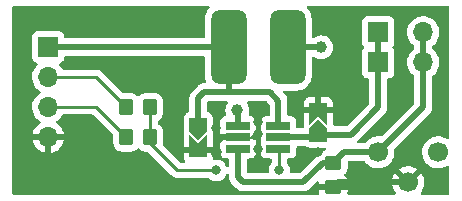
<source format=gbr>
%TF.GenerationSoftware,KiCad,Pcbnew,(6.0.6)*%
%TF.CreationDate,2023-07-05T13:12:53+02:00*%
%TF.ProjectId,LedDriver,4c656444-7269-4766-9572-2e6b69636164,rev?*%
%TF.SameCoordinates,Original*%
%TF.FileFunction,Copper,L1,Top*%
%TF.FilePolarity,Positive*%
%FSLAX46Y46*%
G04 Gerber Fmt 4.6, Leading zero omitted, Abs format (unit mm)*
G04 Created by KiCad (PCBNEW (6.0.6)) date 2023-07-05 13:12:53*
%MOMM*%
%LPD*%
G01*
G04 APERTURE LIST*
G04 Aperture macros list*
%AMRoundRect*
0 Rectangle with rounded corners*
0 $1 Rounding radius*
0 $2 $3 $4 $5 $6 $7 $8 $9 X,Y pos of 4 corners*
0 Add a 4 corners polygon primitive as box body*
4,1,4,$2,$3,$4,$5,$6,$7,$8,$9,$2,$3,0*
0 Add four circle primitives for the rounded corners*
1,1,$1+$1,$2,$3*
1,1,$1+$1,$4,$5*
1,1,$1+$1,$6,$7*
1,1,$1+$1,$8,$9*
0 Add four rect primitives between the rounded corners*
20,1,$1+$1,$2,$3,$4,$5,0*
20,1,$1+$1,$4,$5,$6,$7,0*
20,1,$1+$1,$6,$7,$8,$9,0*
20,1,$1+$1,$8,$9,$2,$3,0*%
%AMFreePoly0*
4,1,6,0.587500,-0.725000,-0.587500,-0.725000,-1.287500,0.000000,-0.587500,0.725000,0.587500,0.725000,0.587500,-0.725000,0.587500,-0.725000,$1*%
%AMFreePoly1*
4,1,6,0.587500,0.000000,1.287500,-0.725000,-0.587500,-0.725000,-0.587500,0.725000,1.287500,0.725000,0.587500,0.000000,0.587500,0.000000,$1*%
G04 Aperture macros list end*
%TA.AperFunction,SMDPad,CuDef*%
%ADD10RoundRect,0.750000X-0.750000X-2.400000X0.750000X-2.400000X0.750000X2.400000X-0.750000X2.400000X0*%
%TD*%
%TA.AperFunction,SMDPad,CuDef*%
%ADD11FreePoly0,270.000000*%
%TD*%
%TA.AperFunction,SMDPad,CuDef*%
%ADD12FreePoly1,270.000000*%
%TD*%
%TA.AperFunction,SMDPad,CuDef*%
%ADD13RoundRect,0.250000X-0.350000X-0.450000X0.350000X-0.450000X0.350000X0.450000X-0.350000X0.450000X0*%
%TD*%
%TA.AperFunction,ComponentPad*%
%ADD14R,1.700000X1.700000*%
%TD*%
%TA.AperFunction,ComponentPad*%
%ADD15O,1.700000X1.700000*%
%TD*%
%TA.AperFunction,ComponentPad*%
%ADD16C,1.700000*%
%TD*%
%TA.AperFunction,SMDPad,CuDef*%
%ADD17FreePoly0,90.000000*%
%TD*%
%TA.AperFunction,SMDPad,CuDef*%
%ADD18FreePoly1,90.000000*%
%TD*%
%TA.AperFunction,SMDPad,CuDef*%
%ADD19RoundRect,0.250000X-0.450000X0.350000X-0.450000X-0.350000X0.450000X-0.350000X0.450000X0.350000X0*%
%TD*%
%TA.AperFunction,SMDPad,CuDef*%
%ADD20R,2.000000X0.650000*%
%TD*%
%TA.AperFunction,ViaPad*%
%ADD21C,0.800000*%
%TD*%
%TA.AperFunction,ViaPad*%
%ADD22C,1.000000*%
%TD*%
%TA.AperFunction,Conductor*%
%ADD23C,0.500000*%
%TD*%
%TA.AperFunction,Conductor*%
%ADD24C,0.250000*%
%TD*%
G04 APERTURE END LIST*
D10*
%TO.P,L1,1,1*%
%TO.N,VCC*%
X144820000Y-80010000D03*
%TO.P,L1,2,2*%
%TO.N,Net-(L1-Pad2)*%
X149820000Y-80010000D03*
%TD*%
D11*
%TO.P,C2,1*%
%TO.N,/Vout*%
X152400000Y-87397500D03*
D12*
%TO.P,C2,2*%
%TO.N,GND*%
X152400000Y-85322500D03*
%TD*%
D13*
%TO.P,R2,1*%
%TO.N,Net-(J1-Pad3)*%
X136160000Y-87630000D03*
%TO.P,R2,2*%
%TO.N,/CTRL*%
X138160000Y-87630000D03*
%TD*%
D14*
%TO.P,D1,1,A*%
%TO.N,/Vout*%
X157480000Y-81280000D03*
X157480000Y-78740000D03*
D15*
%TO.P,D1,2,K*%
%TO.N,/Vfb*%
X161290000Y-78740000D03*
X161290000Y-81280000D03*
%TD*%
D16*
%TO.P,RV1,1,1*%
%TO.N,/Vfb*%
X157480000Y-88900000D03*
%TO.P,RV1,2,2*%
%TO.N,GND*%
X160020000Y-91440000D03*
%TO.P,RV1,3,3*%
%TO.N,unconnected-(RV1-Pad3)*%
X162560000Y-88900000D03*
%TD*%
D17*
%TO.P,C1,1*%
%TO.N,VCC*%
X142240000Y-86592500D03*
D18*
%TO.P,C1,2*%
%TO.N,GND*%
X142240000Y-88667500D03*
%TD*%
D19*
%TO.P,R3,1*%
%TO.N,/Vfb*%
X153670000Y-89805000D03*
%TO.P,R3,2*%
%TO.N,GND*%
X153670000Y-91805000D03*
%TD*%
D20*
%TO.P,U1,1,SW*%
%TO.N,Net-(L1-Pad2)*%
X145610000Y-86680000D03*
%TO.P,U1,2,GND*%
%TO.N,GND*%
X145610000Y-87630000D03*
%TO.P,U1,3,FB*%
%TO.N,/Vfb*%
X145610000Y-88580000D03*
%TO.P,U1,4,CTRL*%
%TO.N,/CTRL*%
X149030000Y-88580000D03*
%TO.P,U1,5,Vout*%
%TO.N,/Vout*%
X149030000Y-87630000D03*
%TO.P,U1,6,Vin*%
%TO.N,VCC*%
X149030000Y-86680000D03*
%TD*%
D13*
%TO.P,R1,1*%
%TO.N,Net-(J1-Pad2)*%
X136160000Y-85090000D03*
%TO.P,R1,2*%
%TO.N,/CTRL*%
X138160000Y-85090000D03*
%TD*%
D14*
%TO.P,J1,1,P1*%
%TO.N,VCC*%
X129540000Y-79985000D03*
D15*
%TO.P,J1,2,P2*%
%TO.N,Net-(J1-Pad2)*%
X129540000Y-82525000D03*
%TO.P,J1,3,P3*%
%TO.N,Net-(J1-Pad3)*%
X129540000Y-85065000D03*
%TO.P,J1,4,P4*%
%TO.N,GND*%
X129540000Y-87605000D03*
%TD*%
D21*
%TO.N,GND*%
X136525000Y-77470000D03*
X141732000Y-91948000D03*
X156972000Y-91440000D03*
X139065000Y-77470000D03*
X154305000Y-77470000D03*
X143764000Y-91948000D03*
X157988000Y-91440000D03*
X133985000Y-77470000D03*
X139700000Y-91948000D03*
X140335000Y-77470000D03*
X154305000Y-78740000D03*
X138684000Y-91948000D03*
X137795000Y-77470000D03*
X152400000Y-88900000D03*
X137668000Y-90932000D03*
X154305000Y-81280000D03*
D22*
X143764000Y-88900000D03*
D21*
X137668000Y-91948000D03*
X135636000Y-91948000D03*
X144780000Y-91948000D03*
X135636000Y-90932000D03*
X147320000Y-88646000D03*
X138684000Y-90932000D03*
X155575000Y-81280000D03*
X136652000Y-90932000D03*
X150622000Y-84328000D03*
X155575000Y-80010000D03*
X154305000Y-80010000D03*
X141605000Y-77470000D03*
X143764000Y-85090000D03*
X150622000Y-85344000D03*
X150495000Y-90170000D03*
X155448000Y-91440000D03*
X153035000Y-77470000D03*
X140716000Y-91948000D03*
X136652000Y-91948000D03*
X142748000Y-91948000D03*
X155448000Y-90424000D03*
X132715000Y-77470000D03*
X155575000Y-78740000D03*
X147320000Y-85344000D03*
X155575000Y-77470000D03*
X147320000Y-86360000D03*
X135255000Y-77470000D03*
X151130000Y-88900000D03*
D22*
X154432000Y-85344000D03*
D21*
X143764000Y-86868000D03*
X147320000Y-87376000D03*
D22*
%TO.N,Net-(L1-Pad2)*%
X145542000Y-85344000D03*
X152654000Y-80010000D03*
D21*
%TO.N,/CTRL*%
X149098000Y-90424000D03*
X143764000Y-90424000D03*
%TD*%
D23*
%TO.N,VCC*%
X129540000Y-79985000D02*
X144795000Y-79985000D01*
X144795000Y-79985000D02*
X144820000Y-80010000D01*
X142748000Y-83820000D02*
X142240000Y-84328000D01*
X149030000Y-86680000D02*
X149030000Y-84514000D01*
X144272000Y-83820000D02*
X142748000Y-83820000D01*
X149030000Y-84514000D02*
X148336000Y-83820000D01*
X142240000Y-84328000D02*
X142240000Y-86592500D01*
X148336000Y-83820000D02*
X144780000Y-83820000D01*
X144820000Y-80010000D02*
X144820000Y-83780000D01*
X144820000Y-83780000D02*
X144780000Y-83820000D01*
X144780000Y-83820000D02*
X144272000Y-83820000D01*
%TO.N,GND*%
X157988000Y-91440000D02*
X160020000Y-91440000D01*
X154035000Y-91440000D02*
X155448000Y-91440000D01*
X156972000Y-91440000D02*
X157988000Y-91440000D01*
X152421500Y-85344000D02*
X152400000Y-85322500D01*
X145610000Y-87630000D02*
X144272000Y-87630000D01*
X154432000Y-85344000D02*
X152421500Y-85344000D01*
X142240000Y-88667500D02*
X143531500Y-88667500D01*
X155448000Y-91440000D02*
X156972000Y-91440000D01*
X143531500Y-88667500D02*
X143764000Y-88900000D01*
X153670000Y-91805000D02*
X154035000Y-91440000D01*
X144272000Y-87630000D02*
X143764000Y-88138000D01*
X143764000Y-88138000D02*
X143764000Y-88900000D01*
%TO.N,/Vout*%
X152400000Y-87397500D02*
X155172500Y-87397500D01*
X157480000Y-81280000D02*
X157480000Y-78740000D01*
X157480000Y-85090000D02*
X157480000Y-81280000D01*
X155172500Y-87397500D02*
X157480000Y-85090000D01*
X149030000Y-87630000D02*
X152167500Y-87630000D01*
X152167500Y-87630000D02*
X152400000Y-87397500D01*
%TO.N,/Vfb*%
X157480000Y-88900000D02*
X161290000Y-85090000D01*
X146050000Y-91440000D02*
X151130000Y-91440000D01*
X145610000Y-91000000D02*
X146050000Y-91440000D01*
X151130000Y-91440000D02*
X152765000Y-89805000D01*
X154575000Y-88900000D02*
X153670000Y-89805000D01*
X145610000Y-88580000D02*
X145610000Y-91000000D01*
X152765000Y-89805000D02*
X153670000Y-89805000D01*
X161290000Y-85090000D02*
X161290000Y-81280000D01*
X161290000Y-78740000D02*
X161290000Y-81280000D01*
X157480000Y-88900000D02*
X154575000Y-88900000D01*
D24*
%TO.N,Net-(J1-Pad2)*%
X136160000Y-85090000D02*
X133595000Y-82525000D01*
X133595000Y-82525000D02*
X129540000Y-82525000D01*
%TO.N,Net-(J1-Pad3)*%
X133595000Y-85065000D02*
X136160000Y-87630000D01*
X129540000Y-85065000D02*
X133595000Y-85065000D01*
D23*
%TO.N,Net-(L1-Pad2)*%
X145610000Y-86680000D02*
X145610000Y-85412000D01*
X145610000Y-85412000D02*
X145542000Y-85344000D01*
X152654000Y-80010000D02*
X149820000Y-80010000D01*
D24*
%TO.N,/CTRL*%
X138160000Y-87630000D02*
X138160000Y-88122000D01*
X149098000Y-88648000D02*
X149030000Y-88580000D01*
X140462000Y-90424000D02*
X143764000Y-90424000D01*
X138160000Y-87630000D02*
X138160000Y-85090000D01*
X138160000Y-88122000D02*
X140462000Y-90424000D01*
X149098000Y-90424000D02*
X149098000Y-88648000D01*
%TD*%
%TA.AperFunction,Conductor*%
%TO.N,GND*%
G36*
X143155524Y-76528502D02*
G01*
X143202017Y-76582158D01*
X143212121Y-76652432D01*
X143182627Y-76717012D01*
X143176498Y-76723595D01*
X143100620Y-76799473D01*
X142972409Y-76983945D01*
X142878890Y-77188206D01*
X142877495Y-77193638D01*
X142877495Y-77193639D01*
X142826815Y-77391029D01*
X142823022Y-77405800D01*
X142820547Y-77436233D01*
X142815634Y-77496638D01*
X142811500Y-77547458D01*
X142811500Y-79100500D01*
X142791498Y-79168621D01*
X142737842Y-79215114D01*
X142685500Y-79226500D01*
X131024500Y-79226500D01*
X130956379Y-79206498D01*
X130909886Y-79152842D01*
X130898500Y-79100500D01*
X130898500Y-79086866D01*
X130891745Y-79024684D01*
X130840615Y-78888295D01*
X130753261Y-78771739D01*
X130636705Y-78684385D01*
X130500316Y-78633255D01*
X130438134Y-78626500D01*
X128641866Y-78626500D01*
X128579684Y-78633255D01*
X128443295Y-78684385D01*
X128326739Y-78771739D01*
X128239385Y-78888295D01*
X128188255Y-79024684D01*
X128181500Y-79086866D01*
X128181500Y-80883134D01*
X128188255Y-80945316D01*
X128239385Y-81081705D01*
X128326739Y-81198261D01*
X128443295Y-81285615D01*
X128451704Y-81288767D01*
X128451705Y-81288768D01*
X128560451Y-81329535D01*
X128617216Y-81372176D01*
X128641916Y-81438738D01*
X128626709Y-81508087D01*
X128607316Y-81534568D01*
X128480629Y-81667138D01*
X128354743Y-81851680D01*
X128316011Y-81935121D01*
X128279471Y-82013841D01*
X128260688Y-82054305D01*
X128200989Y-82269570D01*
X128177251Y-82491695D01*
X128177548Y-82496848D01*
X128177548Y-82496851D01*
X128186372Y-82649886D01*
X128190110Y-82714715D01*
X128191247Y-82719761D01*
X128191248Y-82719767D01*
X128215271Y-82826361D01*
X128239222Y-82932639D01*
X128291378Y-83061085D01*
X128320154Y-83131951D01*
X128323266Y-83139616D01*
X128439987Y-83330088D01*
X128586250Y-83498938D01*
X128758126Y-83641632D01*
X128782105Y-83655644D01*
X128831445Y-83684476D01*
X128880169Y-83736114D01*
X128893240Y-83805897D01*
X128866509Y-83871669D01*
X128826055Y-83905027D01*
X128813607Y-83911507D01*
X128809474Y-83914610D01*
X128809471Y-83914612D01*
X128641544Y-84040695D01*
X128634965Y-84045635D01*
X128480629Y-84207138D01*
X128477715Y-84211410D01*
X128477714Y-84211411D01*
X128440786Y-84265545D01*
X128354743Y-84391680D01*
X128316824Y-84473370D01*
X128264381Y-84586350D01*
X128260688Y-84594305D01*
X128200989Y-84809570D01*
X128177251Y-85031695D01*
X128177548Y-85036848D01*
X128177548Y-85036851D01*
X128184527Y-85157885D01*
X128190110Y-85254715D01*
X128191247Y-85259761D01*
X128191248Y-85259767D01*
X128211025Y-85347523D01*
X128239222Y-85472639D01*
X128289966Y-85597608D01*
X128313215Y-85654862D01*
X128323266Y-85679616D01*
X128370184Y-85756179D01*
X128431372Y-85856029D01*
X128439987Y-85870088D01*
X128586250Y-86038938D01*
X128758126Y-86181632D01*
X128822740Y-86219389D01*
X128831955Y-86224774D01*
X128880679Y-86276412D01*
X128893750Y-86346195D01*
X128867019Y-86411967D01*
X128826562Y-86445327D01*
X128818457Y-86449546D01*
X128809738Y-86455036D01*
X128639433Y-86582905D01*
X128631726Y-86589748D01*
X128484590Y-86743717D01*
X128478104Y-86751727D01*
X128358098Y-86927649D01*
X128353000Y-86936623D01*
X128263338Y-87129783D01*
X128259775Y-87139470D01*
X128204389Y-87339183D01*
X128205912Y-87347607D01*
X128218292Y-87351000D01*
X130858344Y-87351000D01*
X130871875Y-87347027D01*
X130873180Y-87337947D01*
X130831214Y-87170875D01*
X130827894Y-87161124D01*
X130742972Y-86965814D01*
X130738105Y-86956739D01*
X130622426Y-86777926D01*
X130616136Y-86769757D01*
X130472806Y-86612240D01*
X130465273Y-86605215D01*
X130298139Y-86473222D01*
X130289556Y-86467520D01*
X130252602Y-86447120D01*
X130202631Y-86396687D01*
X130187859Y-86327245D01*
X130212975Y-86260839D01*
X130240327Y-86234232D01*
X130263797Y-86217491D01*
X130419860Y-86106173D01*
X130578096Y-85948489D01*
X130637594Y-85865689D01*
X130705435Y-85771277D01*
X130708453Y-85767077D01*
X130710746Y-85762437D01*
X130712446Y-85759608D01*
X130764674Y-85711518D01*
X130820451Y-85698500D01*
X133280406Y-85698500D01*
X133348527Y-85718502D01*
X133369501Y-85735405D01*
X135014595Y-87380500D01*
X135048621Y-87442812D01*
X135051500Y-87469595D01*
X135051500Y-88130400D01*
X135051837Y-88133646D01*
X135051837Y-88133650D01*
X135061629Y-88228021D01*
X135062474Y-88236166D01*
X135064655Y-88242702D01*
X135064655Y-88242704D01*
X135105937Y-88366440D01*
X135118450Y-88403946D01*
X135211522Y-88554348D01*
X135336697Y-88679305D01*
X135342927Y-88683145D01*
X135342928Y-88683146D01*
X135480090Y-88767694D01*
X135487262Y-88772115D01*
X135504218Y-88777739D01*
X135648611Y-88825632D01*
X135648613Y-88825632D01*
X135655139Y-88827797D01*
X135661975Y-88828497D01*
X135661978Y-88828498D01*
X135705031Y-88832909D01*
X135759600Y-88838500D01*
X136560400Y-88838500D01*
X136563646Y-88838163D01*
X136563650Y-88838163D01*
X136659308Y-88828238D01*
X136659312Y-88828237D01*
X136666166Y-88827526D01*
X136672702Y-88825345D01*
X136672704Y-88825345D01*
X136815395Y-88777739D01*
X136833946Y-88771550D01*
X136984348Y-88678478D01*
X137070784Y-88591891D01*
X137133066Y-88557812D01*
X137203886Y-88562815D01*
X137248975Y-88591736D01*
X137296911Y-88639588D01*
X137336697Y-88679305D01*
X137342927Y-88683145D01*
X137342928Y-88683146D01*
X137480090Y-88767694D01*
X137487262Y-88772115D01*
X137504218Y-88777739D01*
X137648611Y-88825632D01*
X137648613Y-88825632D01*
X137655139Y-88827797D01*
X137661975Y-88828497D01*
X137661978Y-88828498D01*
X137705031Y-88832909D01*
X137759600Y-88838500D01*
X137928406Y-88838500D01*
X137996527Y-88858502D01*
X138017501Y-88875405D01*
X139958343Y-90816247D01*
X139965887Y-90824537D01*
X139970000Y-90831018D01*
X139975777Y-90836443D01*
X140019667Y-90877658D01*
X140022509Y-90880413D01*
X140042231Y-90900135D01*
X140045355Y-90902558D01*
X140045359Y-90902562D01*
X140045424Y-90902612D01*
X140054445Y-90910317D01*
X140086679Y-90940586D01*
X140093627Y-90944405D01*
X140093629Y-90944407D01*
X140104432Y-90950346D01*
X140120959Y-90961202D01*
X140130698Y-90968757D01*
X140130700Y-90968758D01*
X140136960Y-90973614D01*
X140177540Y-90991174D01*
X140188188Y-90996391D01*
X140205440Y-91005875D01*
X140226940Y-91017695D01*
X140234616Y-91019666D01*
X140234619Y-91019667D01*
X140246562Y-91022733D01*
X140265266Y-91029137D01*
X140269849Y-91031120D01*
X140283855Y-91037181D01*
X140291678Y-91038420D01*
X140291688Y-91038423D01*
X140327524Y-91044099D01*
X140339144Y-91046505D01*
X140374289Y-91055528D01*
X140381970Y-91057500D01*
X140402224Y-91057500D01*
X140421934Y-91059051D01*
X140441943Y-91062220D01*
X140449835Y-91061474D01*
X140485961Y-91058059D01*
X140497819Y-91057500D01*
X143055800Y-91057500D01*
X143123921Y-91077502D01*
X143143147Y-91093843D01*
X143143420Y-91093540D01*
X143148332Y-91097963D01*
X143152747Y-91102866D01*
X143307248Y-91215118D01*
X143313276Y-91217802D01*
X143313278Y-91217803D01*
X143382124Y-91248455D01*
X143481712Y-91292794D01*
X143567063Y-91310936D01*
X143662056Y-91331128D01*
X143662061Y-91331128D01*
X143668513Y-91332500D01*
X143859487Y-91332500D01*
X143865939Y-91331128D01*
X143865944Y-91331128D01*
X143960937Y-91310936D01*
X144046288Y-91292794D01*
X144145876Y-91248455D01*
X144214722Y-91217803D01*
X144214724Y-91217802D01*
X144220752Y-91215118D01*
X144375253Y-91102866D01*
X144411851Y-91062220D01*
X144498621Y-90965852D01*
X144498622Y-90965851D01*
X144503040Y-90960944D01*
X144578053Y-90831018D01*
X144595223Y-90801279D01*
X144595224Y-90801278D01*
X144598527Y-90795556D01*
X144605667Y-90773581D01*
X144645741Y-90714975D01*
X144711138Y-90687339D01*
X144781095Y-90699446D01*
X144833401Y-90747453D01*
X144851500Y-90812518D01*
X144851500Y-90932930D01*
X144850067Y-90951880D01*
X144846801Y-90973349D01*
X144847394Y-90980641D01*
X144847394Y-90980644D01*
X144851085Y-91026018D01*
X144851500Y-91036233D01*
X144851500Y-91044293D01*
X144851925Y-91047937D01*
X144854789Y-91072507D01*
X144855222Y-91076882D01*
X144857652Y-91106749D01*
X144861140Y-91149637D01*
X144863396Y-91156601D01*
X144864587Y-91162560D01*
X144865971Y-91168415D01*
X144866818Y-91175681D01*
X144891735Y-91244327D01*
X144893152Y-91248455D01*
X144915649Y-91317899D01*
X144919445Y-91324154D01*
X144921951Y-91329628D01*
X144924670Y-91335058D01*
X144927167Y-91341937D01*
X144931180Y-91348057D01*
X144931180Y-91348058D01*
X144967186Y-91402976D01*
X144969523Y-91406680D01*
X145007405Y-91469107D01*
X145011121Y-91473315D01*
X145011122Y-91473316D01*
X145014803Y-91477484D01*
X145014776Y-91477508D01*
X145017429Y-91480500D01*
X145020132Y-91483733D01*
X145024144Y-91489852D01*
X145029456Y-91494884D01*
X145080383Y-91543128D01*
X145082825Y-91545506D01*
X145466230Y-91928911D01*
X145478616Y-91943323D01*
X145487149Y-91954918D01*
X145487154Y-91954923D01*
X145491492Y-91960818D01*
X145497070Y-91965557D01*
X145497073Y-91965560D01*
X145531768Y-91995035D01*
X145539284Y-92001965D01*
X145544979Y-92007660D01*
X145547861Y-92009940D01*
X145567251Y-92025281D01*
X145570655Y-92028072D01*
X145610445Y-92061876D01*
X145626285Y-92075333D01*
X145632801Y-92078661D01*
X145637850Y-92082028D01*
X145642979Y-92085195D01*
X145648716Y-92089734D01*
X145714875Y-92120655D01*
X145718769Y-92122558D01*
X145783808Y-92155769D01*
X145790916Y-92157508D01*
X145796559Y-92159607D01*
X145802322Y-92161524D01*
X145808950Y-92164622D01*
X145816112Y-92166112D01*
X145816113Y-92166112D01*
X145880412Y-92179486D01*
X145884696Y-92180456D01*
X145955610Y-92197808D01*
X145961212Y-92198156D01*
X145961215Y-92198156D01*
X145966764Y-92198500D01*
X145966762Y-92198536D01*
X145970755Y-92198775D01*
X145974947Y-92199149D01*
X145982115Y-92200640D01*
X146059520Y-92198546D01*
X146062928Y-92198500D01*
X151062930Y-92198500D01*
X151081880Y-92199933D01*
X151096115Y-92202099D01*
X151096119Y-92202099D01*
X151103349Y-92203199D01*
X151110641Y-92202606D01*
X151110644Y-92202606D01*
X151156018Y-92198915D01*
X151166233Y-92198500D01*
X151174293Y-92198500D01*
X151191680Y-92196473D01*
X151202507Y-92195211D01*
X151206882Y-92194778D01*
X151272339Y-92189454D01*
X151272342Y-92189453D01*
X151279637Y-92188860D01*
X151286601Y-92186604D01*
X151292560Y-92185413D01*
X151298415Y-92184029D01*
X151305681Y-92183182D01*
X151374327Y-92158265D01*
X151378455Y-92156848D01*
X151440936Y-92136607D01*
X151440938Y-92136606D01*
X151447899Y-92134351D01*
X151454154Y-92130555D01*
X151459628Y-92128049D01*
X151465058Y-92125330D01*
X151471937Y-92122833D01*
X151478058Y-92118820D01*
X151532976Y-92082814D01*
X151536680Y-92080477D01*
X151599107Y-92042595D01*
X151607484Y-92035197D01*
X151607508Y-92035224D01*
X151610500Y-92032571D01*
X151613733Y-92029868D01*
X151619852Y-92025856D01*
X151673128Y-91969617D01*
X151675506Y-91967175D01*
X152246905Y-91395776D01*
X152309217Y-91361750D01*
X152380032Y-91366815D01*
X152436868Y-91409362D01*
X152461679Y-91475882D01*
X152462000Y-91484871D01*
X152462000Y-91532885D01*
X152466475Y-91548124D01*
X152467865Y-91549329D01*
X152475548Y-91551000D01*
X154859884Y-91551000D01*
X154875123Y-91546525D01*
X154876328Y-91545135D01*
X154877999Y-91537452D01*
X154877999Y-91407901D01*
X154877662Y-91401386D01*
X154867743Y-91305794D01*
X154864851Y-91292400D01*
X154813412Y-91138216D01*
X154807239Y-91125038D01*
X154721937Y-90987193D01*
X154712901Y-90975792D01*
X154631538Y-90894570D01*
X154597459Y-90832287D01*
X154602462Y-90761467D01*
X154631383Y-90716380D01*
X154714130Y-90633488D01*
X154714134Y-90633483D01*
X154719305Y-90628303D01*
X154729251Y-90612168D01*
X154808275Y-90483968D01*
X154808276Y-90483966D01*
X154812115Y-90477738D01*
X154865619Y-90316427D01*
X159261223Y-90316427D01*
X159267968Y-90328758D01*
X160007188Y-91067978D01*
X160021132Y-91075592D01*
X160022965Y-91075461D01*
X160029580Y-91071210D01*
X160773389Y-90327401D01*
X160780410Y-90314544D01*
X160773611Y-90305213D01*
X160769554Y-90302518D01*
X160583117Y-90199599D01*
X160573705Y-90195369D01*
X160372959Y-90124280D01*
X160362989Y-90121646D01*
X160153327Y-90084301D01*
X160143073Y-90083331D01*
X159930116Y-90080728D01*
X159919832Y-90081448D01*
X159709321Y-90113661D01*
X159699293Y-90116050D01*
X159496868Y-90182212D01*
X159487359Y-90186209D01*
X159298466Y-90284540D01*
X159289734Y-90290039D01*
X159269677Y-90305099D01*
X159261223Y-90316427D01*
X154865619Y-90316427D01*
X154867797Y-90309861D01*
X154868550Y-90302518D01*
X154875634Y-90233368D01*
X154878500Y-90205400D01*
X154878500Y-89784500D01*
X154898502Y-89716379D01*
X154952158Y-89669886D01*
X155004500Y-89658500D01*
X156282491Y-89658500D01*
X156350612Y-89678502D01*
X156379402Y-89705595D01*
X156379987Y-89705088D01*
X156526250Y-89873938D01*
X156698126Y-90016632D01*
X156891000Y-90129338D01*
X157099692Y-90209030D01*
X157104760Y-90210061D01*
X157104763Y-90210062D01*
X157191919Y-90227794D01*
X157318597Y-90253567D01*
X157323772Y-90253757D01*
X157323774Y-90253757D01*
X157536673Y-90261564D01*
X157536677Y-90261564D01*
X157541837Y-90261753D01*
X157546957Y-90261097D01*
X157546959Y-90261097D01*
X157758288Y-90234025D01*
X157758289Y-90234025D01*
X157763416Y-90233368D01*
X157781995Y-90227794D01*
X157972429Y-90170661D01*
X157972434Y-90170659D01*
X157977384Y-90169174D01*
X158177994Y-90070896D01*
X158359860Y-89941173D01*
X158408429Y-89892774D01*
X158511060Y-89790500D01*
X158518096Y-89783489D01*
X158565987Y-89716842D01*
X158645435Y-89606277D01*
X158648453Y-89602077D01*
X158679381Y-89539500D01*
X158745136Y-89406453D01*
X158745137Y-89406451D01*
X158747430Y-89401811D01*
X158791351Y-89257250D01*
X158810865Y-89193023D01*
X158810865Y-89193021D01*
X158812370Y-89188069D01*
X158841529Y-88966590D01*
X158842194Y-88939393D01*
X158843074Y-88903365D01*
X158843074Y-88903361D01*
X158843156Y-88900000D01*
X158825870Y-88689747D01*
X158840223Y-88620219D01*
X158862351Y-88590330D01*
X161778911Y-85673770D01*
X161793323Y-85661384D01*
X161804918Y-85652851D01*
X161804923Y-85652846D01*
X161810818Y-85648508D01*
X161815557Y-85642930D01*
X161815560Y-85642927D01*
X161845035Y-85608232D01*
X161851965Y-85600716D01*
X161857661Y-85595020D01*
X161859924Y-85592159D01*
X161859929Y-85592154D01*
X161875293Y-85572734D01*
X161878082Y-85569333D01*
X161900821Y-85542567D01*
X161925333Y-85513715D01*
X161928659Y-85507202D01*
X161932020Y-85502163D01*
X161935196Y-85497021D01*
X161939734Y-85491284D01*
X161970655Y-85425125D01*
X161972561Y-85421225D01*
X161974908Y-85416629D01*
X162005769Y-85356192D01*
X162007508Y-85349083D01*
X162009604Y-85343449D01*
X162011523Y-85337679D01*
X162014622Y-85331050D01*
X162016146Y-85323726D01*
X162029490Y-85259571D01*
X162030461Y-85255282D01*
X162030600Y-85254715D01*
X162047808Y-85184390D01*
X162048500Y-85173236D01*
X162048535Y-85173238D01*
X162048775Y-85169266D01*
X162049152Y-85165045D01*
X162050641Y-85157885D01*
X162048546Y-85080458D01*
X162048500Y-85077050D01*
X162048500Y-82472632D01*
X162068502Y-82404511D01*
X162101331Y-82370054D01*
X162169860Y-82321173D01*
X162328096Y-82163489D01*
X162387594Y-82080689D01*
X162455435Y-81986277D01*
X162458453Y-81982077D01*
X162471605Y-81955467D01*
X162555136Y-81786453D01*
X162555137Y-81786451D01*
X162557430Y-81781811D01*
X162622370Y-81568069D01*
X162651529Y-81346590D01*
X162653156Y-81280000D01*
X162634852Y-81057361D01*
X162580431Y-80840702D01*
X162491354Y-80635840D01*
X162370014Y-80448277D01*
X162219670Y-80283051D01*
X162096407Y-80185703D01*
X162055345Y-80127785D01*
X162048500Y-80086821D01*
X162048500Y-79932632D01*
X162068502Y-79864511D01*
X162101331Y-79830054D01*
X162169860Y-79781173D01*
X162328096Y-79623489D01*
X162387594Y-79540689D01*
X162455435Y-79446277D01*
X162458453Y-79442077D01*
X162552642Y-79251500D01*
X162555136Y-79246453D01*
X162555137Y-79246451D01*
X162557430Y-79241811D01*
X162609506Y-79070410D01*
X162620865Y-79033023D01*
X162620865Y-79033021D01*
X162622370Y-79028069D01*
X162651529Y-78806590D01*
X162653156Y-78740000D01*
X162634852Y-78517361D01*
X162580431Y-78300702D01*
X162491354Y-78095840D01*
X162370014Y-77908277D01*
X162219670Y-77743051D01*
X162215619Y-77739852D01*
X162215615Y-77739848D01*
X162048414Y-77607800D01*
X162048410Y-77607798D01*
X162044359Y-77604598D01*
X161848789Y-77496638D01*
X161843920Y-77494914D01*
X161843916Y-77494912D01*
X161643087Y-77423795D01*
X161643083Y-77423794D01*
X161638212Y-77422069D01*
X161633119Y-77421162D01*
X161633116Y-77421161D01*
X161423373Y-77383800D01*
X161423367Y-77383799D01*
X161418284Y-77382894D01*
X161344452Y-77381992D01*
X161200081Y-77380228D01*
X161200079Y-77380228D01*
X161194911Y-77380165D01*
X160974091Y-77413955D01*
X160761756Y-77483357D01*
X160563607Y-77586507D01*
X160559474Y-77589610D01*
X160559471Y-77589612D01*
X160389100Y-77717530D01*
X160384965Y-77720635D01*
X160230629Y-77882138D01*
X160104743Y-78066680D01*
X160010688Y-78269305D01*
X159950989Y-78484570D01*
X159927251Y-78706695D01*
X159927548Y-78711848D01*
X159927548Y-78711851D01*
X159933011Y-78806590D01*
X159940110Y-78929715D01*
X159941247Y-78934761D01*
X159941248Y-78934767D01*
X159959107Y-79014011D01*
X159989222Y-79147639D01*
X160073266Y-79354616D01*
X160189987Y-79545088D01*
X160336250Y-79713938D01*
X160484124Y-79836705D01*
X160485985Y-79838250D01*
X160525620Y-79897152D01*
X160531500Y-79935194D01*
X160531500Y-80087655D01*
X160511498Y-80155776D01*
X160481153Y-80188415D01*
X160419756Y-80234513D01*
X160384965Y-80260635D01*
X160230629Y-80422138D01*
X160227715Y-80426410D01*
X160227714Y-80426411D01*
X160215404Y-80444457D01*
X160104743Y-80606680D01*
X160089003Y-80640590D01*
X160041234Y-80743500D01*
X160010688Y-80809305D01*
X159950989Y-81024570D01*
X159927251Y-81246695D01*
X159927548Y-81251848D01*
X159927548Y-81251851D01*
X159935926Y-81397143D01*
X159940110Y-81469715D01*
X159941247Y-81474761D01*
X159941248Y-81474767D01*
X159953257Y-81528051D01*
X159989222Y-81687639D01*
X160027461Y-81781811D01*
X160070588Y-81888020D01*
X160073266Y-81894616D01*
X160108801Y-81952604D01*
X160181573Y-82071357D01*
X160189987Y-82085088D01*
X160336250Y-82253938D01*
X160484124Y-82376705D01*
X160485985Y-82378250D01*
X160525620Y-82437152D01*
X160531500Y-82475194D01*
X160531500Y-84723629D01*
X160511498Y-84791750D01*
X160494595Y-84812724D01*
X157787296Y-87520023D01*
X157724984Y-87554049D01*
X157676105Y-87554975D01*
X157608284Y-87542894D01*
X157534452Y-87541992D01*
X157390081Y-87540228D01*
X157390079Y-87540228D01*
X157384911Y-87540165D01*
X157164091Y-87573955D01*
X156951756Y-87643357D01*
X156921449Y-87659134D01*
X156780895Y-87732302D01*
X156753607Y-87746507D01*
X156749474Y-87749610D01*
X156749471Y-87749612D01*
X156585179Y-87872966D01*
X156574965Y-87880635D01*
X156420629Y-88042138D01*
X156390363Y-88086507D01*
X156335455Y-88131507D01*
X156286277Y-88141500D01*
X155805462Y-88141500D01*
X155737341Y-88121498D01*
X155690848Y-88067842D01*
X155680744Y-87997568D01*
X155713993Y-87928843D01*
X155715632Y-87927113D01*
X155718006Y-87924675D01*
X157968911Y-85673770D01*
X157983323Y-85661384D01*
X157994918Y-85652851D01*
X157994923Y-85652846D01*
X158000818Y-85648508D01*
X158005557Y-85642930D01*
X158005560Y-85642927D01*
X158035035Y-85608232D01*
X158041965Y-85600716D01*
X158047661Y-85595020D01*
X158049924Y-85592159D01*
X158049929Y-85592154D01*
X158065293Y-85572734D01*
X158068082Y-85569333D01*
X158090821Y-85542567D01*
X158115333Y-85513715D01*
X158118659Y-85507202D01*
X158122020Y-85502163D01*
X158125196Y-85497021D01*
X158129734Y-85491284D01*
X158160655Y-85425125D01*
X158162561Y-85421225D01*
X158164908Y-85416629D01*
X158195769Y-85356192D01*
X158197508Y-85349083D01*
X158199604Y-85343449D01*
X158201523Y-85337679D01*
X158204622Y-85331050D01*
X158206146Y-85323726D01*
X158219490Y-85259571D01*
X158220461Y-85255282D01*
X158220600Y-85254715D01*
X158237808Y-85184390D01*
X158238500Y-85173236D01*
X158238535Y-85173238D01*
X158238775Y-85169266D01*
X158239152Y-85165045D01*
X158240641Y-85157885D01*
X158238546Y-85080458D01*
X158238500Y-85077050D01*
X158238500Y-82764500D01*
X158258502Y-82696379D01*
X158312158Y-82649886D01*
X158364500Y-82638500D01*
X158378134Y-82638500D01*
X158440316Y-82631745D01*
X158576705Y-82580615D01*
X158693261Y-82493261D01*
X158780615Y-82376705D01*
X158831745Y-82240316D01*
X158838500Y-82178134D01*
X158838500Y-80381866D01*
X158831745Y-80319684D01*
X158780615Y-80183295D01*
X158707370Y-80085564D01*
X158682522Y-80019059D01*
X158697575Y-79949676D01*
X158707370Y-79934435D01*
X158780615Y-79836705D01*
X158831745Y-79700316D01*
X158838500Y-79638134D01*
X158838500Y-77841866D01*
X158831745Y-77779684D01*
X158780615Y-77643295D01*
X158693261Y-77526739D01*
X158576705Y-77439385D01*
X158440316Y-77388255D01*
X158378134Y-77381500D01*
X156581866Y-77381500D01*
X156519684Y-77388255D01*
X156383295Y-77439385D01*
X156266739Y-77526739D01*
X156179385Y-77643295D01*
X156128255Y-77779684D01*
X156121500Y-77841866D01*
X156121500Y-79638134D01*
X156128255Y-79700316D01*
X156179385Y-79836705D01*
X156252630Y-79934435D01*
X156277478Y-80000941D01*
X156262425Y-80070324D01*
X156252632Y-80085562D01*
X156179385Y-80183295D01*
X156128255Y-80319684D01*
X156121500Y-80381866D01*
X156121500Y-82178134D01*
X156128255Y-82240316D01*
X156179385Y-82376705D01*
X156266739Y-82493261D01*
X156383295Y-82580615D01*
X156519684Y-82631745D01*
X156581866Y-82638500D01*
X156595500Y-82638500D01*
X156663621Y-82658502D01*
X156710114Y-82712158D01*
X156721500Y-82764500D01*
X156721500Y-84723629D01*
X156701498Y-84791750D01*
X156684595Y-84812724D01*
X154895224Y-86602095D01*
X154832912Y-86636121D01*
X154806129Y-86639000D01*
X153764224Y-86639000D01*
X153696103Y-86618998D01*
X153649610Y-86565342D01*
X153638224Y-86513000D01*
X153638224Y-85594615D01*
X153633749Y-85579376D01*
X153632359Y-85578171D01*
X153624676Y-85576500D01*
X151179891Y-85576500D01*
X151164652Y-85580975D01*
X151163447Y-85582365D01*
X151161776Y-85590048D01*
X151161776Y-86609176D01*
X151161799Y-86610836D01*
X151162376Y-86632271D01*
X151163567Y-86642881D01*
X151171971Y-86685061D01*
X151173117Y-86727611D01*
X151170545Y-86745500D01*
X151167967Y-86763432D01*
X151138474Y-86828013D01*
X151078748Y-86866396D01*
X151043250Y-86871500D01*
X150664500Y-86871500D01*
X150596379Y-86851498D01*
X150549886Y-86797842D01*
X150538500Y-86745500D01*
X150538500Y-86306866D01*
X150531745Y-86244684D01*
X150480615Y-86108295D01*
X150393261Y-85991739D01*
X150276705Y-85904385D01*
X150140316Y-85853255D01*
X150078134Y-85846500D01*
X149914500Y-85846500D01*
X149846379Y-85826498D01*
X149799886Y-85772842D01*
X149788500Y-85720500D01*
X149788500Y-85050385D01*
X151161776Y-85050385D01*
X151166251Y-85065624D01*
X151167641Y-85066829D01*
X151175324Y-85068500D01*
X152127885Y-85068500D01*
X152143124Y-85064025D01*
X152144329Y-85062635D01*
X152146000Y-85054952D01*
X152146000Y-85050385D01*
X152654000Y-85050385D01*
X152658475Y-85065624D01*
X152659865Y-85066829D01*
X152667548Y-85068500D01*
X153620109Y-85068500D01*
X153635348Y-85064025D01*
X153636553Y-85062635D01*
X153638224Y-85054952D01*
X153638224Y-84737257D01*
X153638063Y-84732750D01*
X153633482Y-84668700D01*
X153631096Y-84655478D01*
X153594384Y-84530445D01*
X153586974Y-84514219D01*
X153517740Y-84406490D01*
X153506059Y-84393009D01*
X153409281Y-84309150D01*
X153394272Y-84299504D01*
X153277788Y-84246308D01*
X153260675Y-84241283D01*
X153129446Y-84222415D01*
X153120505Y-84221776D01*
X152672115Y-84221776D01*
X152656876Y-84226251D01*
X152655671Y-84227641D01*
X152654000Y-84235324D01*
X152654000Y-85050385D01*
X152146000Y-85050385D01*
X152146000Y-84239891D01*
X152141525Y-84224652D01*
X152140135Y-84223447D01*
X152132452Y-84221776D01*
X151677257Y-84221776D01*
X151672750Y-84221937D01*
X151608700Y-84226518D01*
X151595478Y-84228904D01*
X151470445Y-84265616D01*
X151454219Y-84273026D01*
X151346490Y-84342260D01*
X151333009Y-84353941D01*
X151249150Y-84450719D01*
X151239504Y-84465728D01*
X151186308Y-84582212D01*
X151181283Y-84599325D01*
X151162415Y-84730554D01*
X151161776Y-84739495D01*
X151161776Y-85050385D01*
X149788500Y-85050385D01*
X149788500Y-84581069D01*
X149789933Y-84562118D01*
X149792099Y-84547883D01*
X149792099Y-84547881D01*
X149793199Y-84540651D01*
X149788915Y-84487982D01*
X149788500Y-84477767D01*
X149788500Y-84469707D01*
X149785211Y-84441493D01*
X149784778Y-84437118D01*
X149779454Y-84371661D01*
X149779453Y-84371658D01*
X149778860Y-84364363D01*
X149776604Y-84357399D01*
X149775413Y-84351440D01*
X149774029Y-84345585D01*
X149773182Y-84338319D01*
X149748265Y-84269673D01*
X149746848Y-84265545D01*
X149726607Y-84203064D01*
X149726606Y-84203062D01*
X149724351Y-84196101D01*
X149720555Y-84189846D01*
X149718049Y-84184372D01*
X149715330Y-84178942D01*
X149712833Y-84172063D01*
X149672809Y-84111016D01*
X149670472Y-84107312D01*
X149635509Y-84049693D01*
X149635505Y-84049688D01*
X149632595Y-84044892D01*
X149626215Y-84037668D01*
X149625197Y-84036516D01*
X149625223Y-84036493D01*
X149622574Y-84033503D01*
X149619866Y-84030264D01*
X149615856Y-84024148D01*
X149610549Y-84019121D01*
X149610546Y-84019117D01*
X149559617Y-83970872D01*
X149557175Y-83968494D01*
X149472276Y-83883595D01*
X149438250Y-83821283D01*
X149443315Y-83750468D01*
X149485862Y-83693632D01*
X149552382Y-83668821D01*
X149561371Y-83668500D01*
X150632542Y-83668500D01*
X150635082Y-83668293D01*
X150635092Y-83668293D01*
X150720295Y-83661362D01*
X150774200Y-83656978D01*
X150833970Y-83641632D01*
X150986361Y-83602505D01*
X150986362Y-83602505D01*
X150991794Y-83601110D01*
X151196055Y-83507591D01*
X151380527Y-83379380D01*
X151539380Y-83220527D01*
X151643619Y-83070546D01*
X151664390Y-83040661D01*
X151664391Y-83040659D01*
X151667591Y-83036055D01*
X151761110Y-82831794D01*
X151789873Y-82719767D01*
X151815644Y-82619396D01*
X151815644Y-82619395D01*
X151816978Y-82614200D01*
X151827399Y-82486081D01*
X151828293Y-82475092D01*
X151828293Y-82475082D01*
X151828500Y-82472542D01*
X151828500Y-80904484D01*
X151848502Y-80836363D01*
X151902158Y-80789870D01*
X151972432Y-80779766D01*
X152036163Y-80808530D01*
X152075650Y-80842136D01*
X152248294Y-80938624D01*
X152436392Y-80999740D01*
X152632777Y-81023158D01*
X152638912Y-81022686D01*
X152638914Y-81022686D01*
X152823830Y-81008457D01*
X152823834Y-81008456D01*
X152829972Y-81007984D01*
X153020463Y-80954798D01*
X153025967Y-80952018D01*
X153025969Y-80952017D01*
X153191495Y-80868404D01*
X153191497Y-80868403D01*
X153196996Y-80865625D01*
X153352847Y-80743861D01*
X153482078Y-80594145D01*
X153579769Y-80422179D01*
X153642197Y-80234513D01*
X153666985Y-80038295D01*
X153667380Y-80010000D01*
X153648080Y-79813167D01*
X153638421Y-79781173D01*
X153595234Y-79638134D01*
X153590916Y-79623831D01*
X153498066Y-79449204D01*
X153417018Y-79349829D01*
X153376960Y-79300713D01*
X153376957Y-79300710D01*
X153373065Y-79295938D01*
X153307637Y-79241811D01*
X153225425Y-79173799D01*
X153225421Y-79173797D01*
X153220675Y-79169870D01*
X153046701Y-79075802D01*
X152857768Y-79017318D01*
X152851643Y-79016674D01*
X152851642Y-79016674D01*
X152667204Y-78997289D01*
X152667202Y-78997289D01*
X152661075Y-78996645D01*
X152578576Y-79004153D01*
X152470251Y-79014011D01*
X152470248Y-79014012D01*
X152464112Y-79014570D01*
X152458206Y-79016308D01*
X152458202Y-79016309D01*
X152403054Y-79032540D01*
X152274381Y-79070410D01*
X152268923Y-79073263D01*
X152268919Y-79073265D01*
X152216824Y-79100500D01*
X152099110Y-79162040D01*
X152094312Y-79165898D01*
X152094310Y-79165899D01*
X152033452Y-79214830D01*
X151967829Y-79241926D01*
X151897975Y-79229242D01*
X151846067Y-79180806D01*
X151828500Y-79116633D01*
X151828500Y-77547458D01*
X151824367Y-77496638D01*
X151819453Y-77436233D01*
X151816978Y-77405800D01*
X151813186Y-77391029D01*
X151762505Y-77193639D01*
X151762505Y-77193638D01*
X151761110Y-77188206D01*
X151667591Y-76983945D01*
X151539380Y-76799473D01*
X151463502Y-76723595D01*
X151429476Y-76661283D01*
X151434541Y-76590468D01*
X151477088Y-76533632D01*
X151543608Y-76508821D01*
X151552597Y-76508500D01*
X163365500Y-76508500D01*
X163433621Y-76528502D01*
X163480114Y-76582158D01*
X163491500Y-76634500D01*
X163491500Y-87648906D01*
X163471498Y-87717027D01*
X163417842Y-87763520D01*
X163347568Y-87773624D01*
X163304610Y-87759216D01*
X163118789Y-87656638D01*
X163113920Y-87654914D01*
X163113916Y-87654912D01*
X162913087Y-87583795D01*
X162913083Y-87583794D01*
X162908212Y-87582069D01*
X162903119Y-87581162D01*
X162903116Y-87581161D01*
X162693373Y-87543800D01*
X162693367Y-87543799D01*
X162688284Y-87542894D01*
X162614452Y-87541992D01*
X162470081Y-87540228D01*
X162470079Y-87540228D01*
X162464911Y-87540165D01*
X162244091Y-87573955D01*
X162031756Y-87643357D01*
X162001449Y-87659134D01*
X161860895Y-87732302D01*
X161833607Y-87746507D01*
X161829474Y-87749610D01*
X161829471Y-87749612D01*
X161665179Y-87872966D01*
X161654965Y-87880635D01*
X161500629Y-88042138D01*
X161497720Y-88046403D01*
X161497714Y-88046411D01*
X161466717Y-88091851D01*
X161374743Y-88226680D01*
X161343630Y-88293708D01*
X161290102Y-88409025D01*
X161280688Y-88429305D01*
X161220989Y-88644570D01*
X161197251Y-88866695D01*
X161197548Y-88871848D01*
X161197548Y-88871851D01*
X161203011Y-88966590D01*
X161210110Y-89089715D01*
X161211247Y-89094761D01*
X161211248Y-89094767D01*
X161226971Y-89164533D01*
X161259222Y-89307639D01*
X161306831Y-89424886D01*
X161332117Y-89487158D01*
X161343266Y-89514616D01*
X161345965Y-89519020D01*
X161418118Y-89636763D01*
X161459987Y-89705088D01*
X161606250Y-89873938D01*
X161778126Y-90016632D01*
X161971000Y-90129338D01*
X162179692Y-90209030D01*
X162184760Y-90210061D01*
X162184763Y-90210062D01*
X162271919Y-90227794D01*
X162398597Y-90253567D01*
X162403772Y-90253757D01*
X162403774Y-90253757D01*
X162616673Y-90261564D01*
X162616677Y-90261564D01*
X162621837Y-90261753D01*
X162626957Y-90261097D01*
X162626959Y-90261097D01*
X162838288Y-90234025D01*
X162838289Y-90234025D01*
X162843416Y-90233368D01*
X162861995Y-90227794D01*
X163052429Y-90170661D01*
X163052434Y-90170659D01*
X163057384Y-90169174D01*
X163257994Y-90070896D01*
X163262199Y-90067896D01*
X163262205Y-90067893D01*
X163292332Y-90046403D01*
X163359405Y-90023130D01*
X163428414Y-90039813D01*
X163477447Y-90091157D01*
X163491500Y-90148982D01*
X163491500Y-92365500D01*
X163471498Y-92433621D01*
X163417842Y-92480114D01*
X163365500Y-92491500D01*
X161182447Y-92491500D01*
X161114326Y-92471498D01*
X161067833Y-92417842D01*
X161057729Y-92347568D01*
X161080124Y-92291974D01*
X161185009Y-92146011D01*
X161190313Y-92137183D01*
X161284670Y-91946267D01*
X161288469Y-91936672D01*
X161350376Y-91732915D01*
X161352555Y-91722834D01*
X161380590Y-91509887D01*
X161381109Y-91503212D01*
X161382572Y-91443364D01*
X161382378Y-91436646D01*
X161364781Y-91222604D01*
X161363096Y-91212424D01*
X161311214Y-91005875D01*
X161307894Y-90996124D01*
X161222972Y-90800814D01*
X161218105Y-90791739D01*
X161153063Y-90691197D01*
X161142377Y-90681995D01*
X161132812Y-90686398D01*
X160109095Y-91710115D01*
X160046783Y-91744141D01*
X159975968Y-91739076D01*
X159930905Y-91710115D01*
X158909849Y-90689059D01*
X158898313Y-90682759D01*
X158886031Y-90692382D01*
X158838089Y-90762662D01*
X158833004Y-90771613D01*
X158743338Y-90964783D01*
X158739775Y-90974470D01*
X158682864Y-91179681D01*
X158680933Y-91189800D01*
X158658302Y-91401574D01*
X158658050Y-91411863D01*
X158670309Y-91624477D01*
X158671745Y-91634697D01*
X158718565Y-91842446D01*
X158721645Y-91852275D01*
X158801770Y-92049603D01*
X158806413Y-92058794D01*
X158917694Y-92240388D01*
X158923772Y-92248691D01*
X158953493Y-92283003D01*
X158982975Y-92347589D01*
X158972860Y-92417861D01*
X158926358Y-92471509D01*
X158858255Y-92491500D01*
X154981566Y-92491500D01*
X154913445Y-92471498D01*
X154866952Y-92417842D01*
X154856848Y-92347568D01*
X154861973Y-92325834D01*
X154865136Y-92316297D01*
X154868005Y-92302914D01*
X154877672Y-92208562D01*
X154878000Y-92202146D01*
X154878000Y-92077115D01*
X154873525Y-92061876D01*
X154872135Y-92060671D01*
X154864452Y-92059000D01*
X152480116Y-92059000D01*
X152464877Y-92063475D01*
X152463672Y-92064865D01*
X152462001Y-92072548D01*
X152462001Y-92202095D01*
X152462338Y-92208614D01*
X152472257Y-92304206D01*
X152475150Y-92317605D01*
X152477825Y-92325623D01*
X152480410Y-92396573D01*
X152444227Y-92457657D01*
X152380763Y-92489482D01*
X152358302Y-92491500D01*
X126634500Y-92491500D01*
X126566379Y-92471498D01*
X126519886Y-92417842D01*
X126508500Y-92365500D01*
X126508500Y-87872966D01*
X128208257Y-87872966D01*
X128238565Y-88007446D01*
X128241645Y-88017275D01*
X128321770Y-88214603D01*
X128326413Y-88223794D01*
X128437694Y-88405388D01*
X128443777Y-88413699D01*
X128583213Y-88574667D01*
X128590580Y-88581883D01*
X128754434Y-88717916D01*
X128762881Y-88723831D01*
X128946756Y-88831279D01*
X128956042Y-88835729D01*
X129155001Y-88911703D01*
X129164899Y-88914579D01*
X129268250Y-88935606D01*
X129282299Y-88934410D01*
X129286000Y-88924065D01*
X129286000Y-88923517D01*
X129794000Y-88923517D01*
X129798064Y-88937359D01*
X129811478Y-88939393D01*
X129818184Y-88938534D01*
X129828262Y-88936392D01*
X130032255Y-88875191D01*
X130041842Y-88871433D01*
X130233095Y-88777739D01*
X130241945Y-88772464D01*
X130415328Y-88648792D01*
X130423200Y-88642139D01*
X130574052Y-88491812D01*
X130580730Y-88483965D01*
X130705003Y-88311020D01*
X130710313Y-88302183D01*
X130804670Y-88111267D01*
X130808469Y-88101672D01*
X130870377Y-87897910D01*
X130872555Y-87887837D01*
X130873986Y-87876962D01*
X130871775Y-87862778D01*
X130858617Y-87859000D01*
X129812115Y-87859000D01*
X129796876Y-87863475D01*
X129795671Y-87864865D01*
X129794000Y-87872548D01*
X129794000Y-88923517D01*
X129286000Y-88923517D01*
X129286000Y-87877115D01*
X129281525Y-87861876D01*
X129280135Y-87860671D01*
X129272452Y-87859000D01*
X128223225Y-87859000D01*
X128209694Y-87862973D01*
X128208257Y-87872966D01*
X126508500Y-87872966D01*
X126508500Y-76634500D01*
X126528502Y-76566379D01*
X126582158Y-76519886D01*
X126634500Y-76508500D01*
X143087403Y-76508500D01*
X143155524Y-76528502D01*
G37*
%TD.AperFunction*%
%TA.AperFunction,Conductor*%
G36*
X148037750Y-84598502D02*
G01*
X148058724Y-84615405D01*
X148234595Y-84791276D01*
X148268621Y-84853588D01*
X148271500Y-84880371D01*
X148271500Y-85720500D01*
X148251498Y-85788621D01*
X148197842Y-85835114D01*
X148145500Y-85846500D01*
X147981866Y-85846500D01*
X147919684Y-85853255D01*
X147783295Y-85904385D01*
X147666739Y-85991739D01*
X147579385Y-86108295D01*
X147528255Y-86244684D01*
X147521500Y-86306866D01*
X147521500Y-87053134D01*
X147528255Y-87115316D01*
X147531029Y-87122715D01*
X147531775Y-87125854D01*
X147531775Y-87184146D01*
X147531029Y-87187285D01*
X147528255Y-87194684D01*
X147521500Y-87256866D01*
X147521500Y-88003134D01*
X147528255Y-88065316D01*
X147531029Y-88072715D01*
X147531775Y-88075854D01*
X147531775Y-88134146D01*
X147531029Y-88137285D01*
X147528255Y-88144684D01*
X147521500Y-88206866D01*
X147521500Y-88953134D01*
X147528255Y-89015316D01*
X147579385Y-89151705D01*
X147666739Y-89268261D01*
X147783295Y-89355615D01*
X147919684Y-89406745D01*
X147981866Y-89413500D01*
X148338500Y-89413500D01*
X148406621Y-89433502D01*
X148453114Y-89487158D01*
X148464500Y-89539500D01*
X148464500Y-89721476D01*
X148444498Y-89789597D01*
X148432142Y-89805779D01*
X148358960Y-89887056D01*
X148325985Y-89944171D01*
X148270766Y-90039813D01*
X148263473Y-90052444D01*
X148204458Y-90234072D01*
X148203768Y-90240633D01*
X148203768Y-90240635D01*
X148199154Y-90284540D01*
X148184496Y-90424000D01*
X148185186Y-90430564D01*
X148196933Y-90542329D01*
X148184161Y-90612168D01*
X148135659Y-90664014D01*
X148071623Y-90681500D01*
X146494500Y-90681500D01*
X146426379Y-90661498D01*
X146379886Y-90607842D01*
X146368500Y-90555500D01*
X146368500Y-89539500D01*
X146388502Y-89471379D01*
X146442158Y-89424886D01*
X146494500Y-89413500D01*
X146658134Y-89413500D01*
X146720316Y-89406745D01*
X146856705Y-89355615D01*
X146973261Y-89268261D01*
X147060615Y-89151705D01*
X147111745Y-89015316D01*
X147118500Y-88953134D01*
X147118500Y-88206866D01*
X147111745Y-88144684D01*
X147108971Y-88137284D01*
X147107966Y-88133058D01*
X147107966Y-88074761D01*
X147112105Y-88057354D01*
X147117631Y-88006486D01*
X147118000Y-87999672D01*
X147118000Y-87902115D01*
X147113525Y-87886876D01*
X147112135Y-87885671D01*
X147104452Y-87884000D01*
X147004910Y-87884000D01*
X146936789Y-87863998D01*
X146929345Y-87858826D01*
X146856705Y-87804385D01*
X146720316Y-87753255D01*
X146713010Y-87752461D01*
X146651576Y-87717365D01*
X146618756Y-87654410D01*
X146625182Y-87583705D01*
X146668814Y-87527698D01*
X146712940Y-87507546D01*
X146720316Y-87506745D01*
X146856705Y-87455615D01*
X146929346Y-87401174D01*
X146995851Y-87376326D01*
X147004910Y-87376000D01*
X147099884Y-87376000D01*
X147115123Y-87371525D01*
X147116328Y-87370135D01*
X147117999Y-87362452D01*
X147117999Y-87260331D01*
X147117629Y-87253510D01*
X147112105Y-87202651D01*
X147107965Y-87185236D01*
X147107966Y-87126942D01*
X147108971Y-87122716D01*
X147111745Y-87115316D01*
X147118500Y-87053134D01*
X147118500Y-86306866D01*
X147111745Y-86244684D01*
X147060615Y-86108295D01*
X146973261Y-85991739D01*
X146856705Y-85904385D01*
X146720316Y-85853255D01*
X146658134Y-85846500D01*
X146612426Y-85846500D01*
X146544305Y-85826498D01*
X146497812Y-85772842D01*
X146487708Y-85702568D01*
X146492868Y-85680728D01*
X146495183Y-85673770D01*
X146530197Y-85568513D01*
X146554985Y-85372295D01*
X146555380Y-85344000D01*
X146536080Y-85147167D01*
X146478916Y-84957831D01*
X146416531Y-84840500D01*
X146388958Y-84788643D01*
X146386066Y-84783204D01*
X146382172Y-84778429D01*
X146379381Y-84774229D01*
X146358343Y-84706421D01*
X146377304Y-84638003D01*
X146430245Y-84590698D01*
X146484328Y-84578500D01*
X147969629Y-84578500D01*
X148037750Y-84598502D01*
G37*
%TD.AperFunction*%
%TA.AperFunction,Conductor*%
G36*
X151386131Y-88408502D02*
G01*
X151390449Y-88411277D01*
X151397257Y-88417176D01*
X151530266Y-88477919D01*
X151675000Y-88498729D01*
X152913718Y-88498729D01*
X152981839Y-88518731D01*
X153028332Y-88572387D01*
X153038436Y-88642661D01*
X153008942Y-88707241D01*
X152953594Y-88744252D01*
X152903009Y-88761128D01*
X152902997Y-88761134D01*
X152896054Y-88763450D01*
X152745652Y-88856522D01*
X152740479Y-88861704D01*
X152726802Y-88875405D01*
X152620695Y-88981697D01*
X152616855Y-88987927D01*
X152616854Y-88987928D01*
X152589140Y-89032889D01*
X152536368Y-89080382D01*
X152524889Y-89085205D01*
X152520681Y-89086732D01*
X152516565Y-89088146D01*
X152501280Y-89093097D01*
X152454063Y-89108393D01*
X152454058Y-89108395D01*
X152447101Y-89110649D01*
X152440847Y-89114444D01*
X152435372Y-89116951D01*
X152429942Y-89119670D01*
X152423063Y-89122167D01*
X152416943Y-89126180D01*
X152416942Y-89126180D01*
X152362024Y-89162186D01*
X152358320Y-89164523D01*
X152295893Y-89202405D01*
X152287516Y-89209803D01*
X152287492Y-89209776D01*
X152284500Y-89212429D01*
X152281267Y-89215132D01*
X152275148Y-89219144D01*
X152228619Y-89268261D01*
X152221872Y-89275383D01*
X152219494Y-89277825D01*
X150852724Y-90644595D01*
X150790412Y-90678621D01*
X150763629Y-90681500D01*
X150124377Y-90681500D01*
X150056256Y-90661498D01*
X150009763Y-90607842D01*
X149999067Y-90542329D01*
X150010814Y-90430564D01*
X150011504Y-90424000D01*
X149996846Y-90284540D01*
X149992232Y-90240635D01*
X149992232Y-90240633D01*
X149991542Y-90234072D01*
X149932527Y-90052444D01*
X149925235Y-90039813D01*
X149870015Y-89944171D01*
X149837040Y-89887056D01*
X149763863Y-89805785D01*
X149733147Y-89741779D01*
X149731500Y-89721476D01*
X149731500Y-89539500D01*
X149751502Y-89471379D01*
X149805158Y-89424886D01*
X149857500Y-89413500D01*
X150078134Y-89413500D01*
X150140316Y-89406745D01*
X150276705Y-89355615D01*
X150393261Y-89268261D01*
X150480615Y-89151705D01*
X150531745Y-89015316D01*
X150538500Y-88953134D01*
X150538500Y-88514500D01*
X150558502Y-88446379D01*
X150612158Y-88399886D01*
X150664500Y-88388500D01*
X151318011Y-88388500D01*
X151386131Y-88408502D01*
G37*
%TD.AperFunction*%
%TA.AperFunction,Conductor*%
G36*
X142753621Y-80763502D02*
G01*
X142800114Y-80817158D01*
X142811500Y-80869500D01*
X142811500Y-82472542D01*
X142811707Y-82475082D01*
X142811707Y-82475092D01*
X142812601Y-82486081D01*
X142823022Y-82614200D01*
X142824356Y-82619395D01*
X142824356Y-82619396D01*
X142850127Y-82719767D01*
X142878890Y-82831794D01*
X142881224Y-82836892D01*
X142881228Y-82836903D01*
X142900742Y-82879524D01*
X142910914Y-82949788D01*
X142881483Y-83014397D01*
X142821793Y-83052838D01*
X142781826Y-83057894D01*
X142774651Y-83056802D01*
X142767359Y-83057395D01*
X142767356Y-83057395D01*
X142721991Y-83061085D01*
X142711777Y-83061500D01*
X142703707Y-83061500D01*
X142700087Y-83061922D01*
X142700069Y-83061923D01*
X142675461Y-83064792D01*
X142671100Y-83065224D01*
X142645981Y-83067267D01*
X142605661Y-83070546D01*
X142605658Y-83070547D01*
X142598363Y-83071140D01*
X142591399Y-83073396D01*
X142585440Y-83074587D01*
X142579585Y-83075971D01*
X142572319Y-83076818D01*
X142503673Y-83101735D01*
X142499545Y-83103152D01*
X142437064Y-83123393D01*
X142437062Y-83123394D01*
X142430101Y-83125649D01*
X142423846Y-83129445D01*
X142418372Y-83131951D01*
X142412942Y-83134670D01*
X142406063Y-83137167D01*
X142345016Y-83177191D01*
X142341327Y-83179518D01*
X142321135Y-83191771D01*
X142283693Y-83214491D01*
X142283688Y-83214495D01*
X142278892Y-83217405D01*
X142270516Y-83224803D01*
X142270493Y-83224777D01*
X142267503Y-83227426D01*
X142264264Y-83230134D01*
X142258148Y-83234144D01*
X142253121Y-83239451D01*
X142253117Y-83239454D01*
X142204872Y-83290383D01*
X142202494Y-83292825D01*
X141751089Y-83744230D01*
X141736677Y-83756616D01*
X141725082Y-83765149D01*
X141725077Y-83765154D01*
X141719182Y-83769492D01*
X141714443Y-83775070D01*
X141714440Y-83775073D01*
X141684965Y-83809768D01*
X141678035Y-83817284D01*
X141672340Y-83822979D01*
X141670060Y-83825861D01*
X141654719Y-83845251D01*
X141651928Y-83848655D01*
X141614701Y-83892474D01*
X141604667Y-83904285D01*
X141601339Y-83910801D01*
X141597972Y-83915850D01*
X141594805Y-83920979D01*
X141590266Y-83926716D01*
X141559345Y-83992875D01*
X141557442Y-83996769D01*
X141524231Y-84061808D01*
X141522492Y-84068916D01*
X141520393Y-84074559D01*
X141518476Y-84080322D01*
X141515378Y-84086950D01*
X141513888Y-84094112D01*
X141513888Y-84094113D01*
X141500514Y-84158412D01*
X141499544Y-84162696D01*
X141482192Y-84233610D01*
X141481500Y-84244764D01*
X141481464Y-84244762D01*
X141481225Y-84248755D01*
X141480851Y-84252947D01*
X141479360Y-84260115D01*
X141479709Y-84273026D01*
X141481454Y-84337521D01*
X141481500Y-84340928D01*
X141481500Y-85390547D01*
X141461498Y-85458668D01*
X141407842Y-85505161D01*
X141390998Y-85511443D01*
X141310235Y-85535157D01*
X141310233Y-85535158D01*
X141301589Y-85537696D01*
X141294010Y-85542567D01*
X141186159Y-85611878D01*
X141186156Y-85611880D01*
X141178579Y-85616750D01*
X141172678Y-85623560D01*
X141088726Y-85720445D01*
X141088724Y-85720448D01*
X141082824Y-85727257D01*
X141022081Y-85860266D01*
X141001271Y-86005000D01*
X141001271Y-87180000D01*
X141001694Y-87183633D01*
X141001694Y-87183636D01*
X141012466Y-87276187D01*
X141012029Y-87308685D01*
X141002415Y-87375552D01*
X141001776Y-87384496D01*
X141001776Y-88395385D01*
X141006251Y-88410624D01*
X141007641Y-88411829D01*
X141015324Y-88413500D01*
X143460109Y-88413500D01*
X143475348Y-88409025D01*
X143476553Y-88407635D01*
X143478224Y-88399952D01*
X143478224Y-87380824D01*
X143478201Y-87379164D01*
X143477624Y-87357729D01*
X143476433Y-87347119D01*
X143468029Y-87304939D01*
X143466883Y-87262389D01*
X143478729Y-87180000D01*
X143478729Y-86005000D01*
X143473500Y-85931889D01*
X143432304Y-85791589D01*
X143407035Y-85752270D01*
X143358122Y-85676159D01*
X143358120Y-85676156D01*
X143353250Y-85668579D01*
X143308347Y-85629670D01*
X143249555Y-85578726D01*
X143249552Y-85578724D01*
X143242743Y-85572824D01*
X143109734Y-85512081D01*
X143100817Y-85510799D01*
X143092167Y-85508259D01*
X143092998Y-85505427D01*
X143041994Y-85482138D01*
X143003606Y-85422414D01*
X142998500Y-85386908D01*
X142998500Y-84704500D01*
X143018502Y-84636379D01*
X143072158Y-84589886D01*
X143124500Y-84578500D01*
X144599727Y-84578500D01*
X144667848Y-84598502D01*
X144714341Y-84652158D01*
X144724445Y-84722432D01*
X144705421Y-84771240D01*
X144705846Y-84771474D01*
X144702877Y-84776874D01*
X144702876Y-84776876D01*
X144674671Y-84828181D01*
X144610567Y-84944787D01*
X144608706Y-84950654D01*
X144608705Y-84950656D01*
X144568069Y-85078758D01*
X144550765Y-85133306D01*
X144528719Y-85329851D01*
X144529235Y-85335995D01*
X144544021Y-85512081D01*
X144545268Y-85526934D01*
X144568580Y-85608232D01*
X144593870Y-85696430D01*
X144593419Y-85767425D01*
X144554657Y-85826906D01*
X144503718Y-85852817D01*
X144499684Y-85853255D01*
X144363295Y-85904385D01*
X144246739Y-85991739D01*
X144159385Y-86108295D01*
X144108255Y-86244684D01*
X144101500Y-86306866D01*
X144101500Y-87053134D01*
X144108255Y-87115316D01*
X144111029Y-87122716D01*
X144112034Y-87126942D01*
X144112034Y-87185239D01*
X144107895Y-87202646D01*
X144102369Y-87253514D01*
X144102000Y-87260328D01*
X144102000Y-87357885D01*
X144106475Y-87373124D01*
X144107865Y-87374329D01*
X144115548Y-87376000D01*
X144215090Y-87376000D01*
X144283211Y-87396002D01*
X144290650Y-87401171D01*
X144363295Y-87455615D01*
X144499684Y-87506745D01*
X144506990Y-87507539D01*
X144568424Y-87542635D01*
X144601244Y-87605590D01*
X144594818Y-87676295D01*
X144551186Y-87732302D01*
X144507060Y-87752454D01*
X144499684Y-87753255D01*
X144363295Y-87804385D01*
X144290655Y-87858826D01*
X144224149Y-87883674D01*
X144215090Y-87884000D01*
X144120116Y-87884000D01*
X144104877Y-87888475D01*
X144103672Y-87889865D01*
X144102001Y-87897548D01*
X144102001Y-87999669D01*
X144102371Y-88006490D01*
X144107895Y-88057349D01*
X144112035Y-88074764D01*
X144112034Y-88133058D01*
X144111029Y-88137284D01*
X144108255Y-88144684D01*
X144101500Y-88206866D01*
X144101500Y-88953134D01*
X144108255Y-89015316D01*
X144159385Y-89151705D01*
X144246739Y-89268261D01*
X144363295Y-89355615D01*
X144499684Y-89406745D01*
X144561866Y-89413500D01*
X144725500Y-89413500D01*
X144793621Y-89433502D01*
X144840114Y-89487158D01*
X144851500Y-89539500D01*
X144851500Y-90035482D01*
X144831498Y-90103603D01*
X144777842Y-90150096D01*
X144707568Y-90160200D01*
X144642988Y-90130706D01*
X144605667Y-90074419D01*
X144604522Y-90070896D01*
X144598527Y-90052444D01*
X144591235Y-90039813D01*
X144536015Y-89944171D01*
X144503040Y-89887056D01*
X144375253Y-89745134D01*
X144220752Y-89632882D01*
X144214724Y-89630198D01*
X144214722Y-89630197D01*
X144052319Y-89557891D01*
X144052318Y-89557891D01*
X144046288Y-89555206D01*
X143952887Y-89535353D01*
X143865944Y-89516872D01*
X143865939Y-89516872D01*
X143859487Y-89515500D01*
X143668513Y-89515500D01*
X143662058Y-89516872D01*
X143662049Y-89516873D01*
X143610202Y-89527894D01*
X143539411Y-89522493D01*
X143482778Y-89479677D01*
X143458284Y-89413039D01*
X143459287Y-89386716D01*
X143477584Y-89259459D01*
X143478224Y-89250503D01*
X143478224Y-88939615D01*
X143473749Y-88924376D01*
X143472359Y-88923171D01*
X143464676Y-88921500D01*
X141019891Y-88921500D01*
X141004652Y-88925975D01*
X141003447Y-88927365D01*
X141001776Y-88935048D01*
X141001776Y-89252743D01*
X141001937Y-89257250D01*
X141006518Y-89321300D01*
X141008904Y-89334522D01*
X141045616Y-89459555D01*
X141053026Y-89475781D01*
X141127131Y-89591090D01*
X141125559Y-89592100D01*
X141150433Y-89646568D01*
X141140330Y-89716842D01*
X141093837Y-89770498D01*
X141025716Y-89790500D01*
X140776594Y-89790500D01*
X140708473Y-89770498D01*
X140687499Y-89753595D01*
X139289925Y-88356020D01*
X139255899Y-88293708D01*
X139255820Y-88240820D01*
X139257797Y-88234861D01*
X139268500Y-88130400D01*
X139268500Y-87129600D01*
X139268163Y-87126350D01*
X139258238Y-87030692D01*
X139258237Y-87030688D01*
X139257526Y-87023834D01*
X139201550Y-86856054D01*
X139108478Y-86705652D01*
X138983303Y-86580695D01*
X138943119Y-86555925D01*
X138853384Y-86500611D01*
X138805890Y-86447838D01*
X138793500Y-86393351D01*
X138793500Y-86326781D01*
X138813502Y-86258660D01*
X138853197Y-86219637D01*
X138910395Y-86184242D01*
X138984348Y-86138478D01*
X139109305Y-86013303D01*
X139117174Y-86000537D01*
X139198275Y-85868968D01*
X139198276Y-85868966D01*
X139202115Y-85862738D01*
X139257797Y-85694861D01*
X139259850Y-85674829D01*
X139267761Y-85597608D01*
X139268500Y-85590400D01*
X139268500Y-84589600D01*
X139267789Y-84582745D01*
X139258238Y-84490692D01*
X139258237Y-84490688D01*
X139257526Y-84483834D01*
X139252689Y-84469334D01*
X139208712Y-84337521D01*
X139201550Y-84316054D01*
X139108478Y-84165652D01*
X138983303Y-84040695D01*
X138977072Y-84036854D01*
X138838968Y-83951725D01*
X138838966Y-83951724D01*
X138832738Y-83947885D01*
X138736155Y-83915850D01*
X138671389Y-83894368D01*
X138671387Y-83894368D01*
X138664861Y-83892203D01*
X138658025Y-83891503D01*
X138658022Y-83891502D01*
X138614969Y-83887091D01*
X138560400Y-83881500D01*
X137759600Y-83881500D01*
X137756354Y-83881837D01*
X137756350Y-83881837D01*
X137660692Y-83891762D01*
X137660688Y-83891763D01*
X137653834Y-83892474D01*
X137647298Y-83894655D01*
X137647296Y-83894655D01*
X137542560Y-83929598D01*
X137486054Y-83948450D01*
X137335652Y-84041522D01*
X137330479Y-84046704D01*
X137249216Y-84128109D01*
X137186934Y-84162188D01*
X137116114Y-84157185D01*
X137071025Y-84128264D01*
X136988483Y-84045866D01*
X136983303Y-84040695D01*
X136977072Y-84036854D01*
X136838968Y-83951725D01*
X136838966Y-83951724D01*
X136832738Y-83947885D01*
X136736155Y-83915850D01*
X136671389Y-83894368D01*
X136671387Y-83894368D01*
X136664861Y-83892203D01*
X136658025Y-83891503D01*
X136658022Y-83891502D01*
X136614969Y-83887091D01*
X136560400Y-83881500D01*
X135899594Y-83881500D01*
X135831473Y-83861498D01*
X135810499Y-83844595D01*
X134098652Y-82132747D01*
X134091112Y-82124461D01*
X134087000Y-82117982D01*
X134037348Y-82071356D01*
X134034507Y-82068602D01*
X134014770Y-82048865D01*
X134011573Y-82046385D01*
X134002551Y-82038680D01*
X133976100Y-82013841D01*
X133970321Y-82008414D01*
X133963375Y-82004595D01*
X133963372Y-82004593D01*
X133952566Y-81998652D01*
X133936047Y-81987801D01*
X133928667Y-81982077D01*
X133920041Y-81975386D01*
X133912772Y-81972241D01*
X133912768Y-81972238D01*
X133879463Y-81957826D01*
X133868813Y-81952609D01*
X133830060Y-81931305D01*
X133810437Y-81926267D01*
X133791734Y-81919863D01*
X133780420Y-81914967D01*
X133780419Y-81914967D01*
X133773145Y-81911819D01*
X133765322Y-81910580D01*
X133765312Y-81910577D01*
X133729476Y-81904901D01*
X133717856Y-81902495D01*
X133682711Y-81893472D01*
X133682710Y-81893472D01*
X133675030Y-81891500D01*
X133654776Y-81891500D01*
X133635065Y-81889949D01*
X133634308Y-81889829D01*
X133615057Y-81886780D01*
X133607165Y-81887526D01*
X133571039Y-81890941D01*
X133559181Y-81891500D01*
X130816805Y-81891500D01*
X130748684Y-81871498D01*
X130711013Y-81833940D01*
X130622822Y-81697617D01*
X130622820Y-81697614D01*
X130620014Y-81693277D01*
X130610295Y-81682596D01*
X130472798Y-81531488D01*
X130441746Y-81467642D01*
X130450141Y-81397143D01*
X130495317Y-81342375D01*
X130521761Y-81328706D01*
X130628297Y-81288767D01*
X130636705Y-81285615D01*
X130753261Y-81198261D01*
X130840615Y-81081705D01*
X130891745Y-80945316D01*
X130898500Y-80883134D01*
X130898500Y-80869500D01*
X130918502Y-80801379D01*
X130972158Y-80754886D01*
X131024500Y-80743500D01*
X142685500Y-80743500D01*
X142753621Y-80763502D01*
G37*
%TD.AperFunction*%
%TD*%
M02*

</source>
